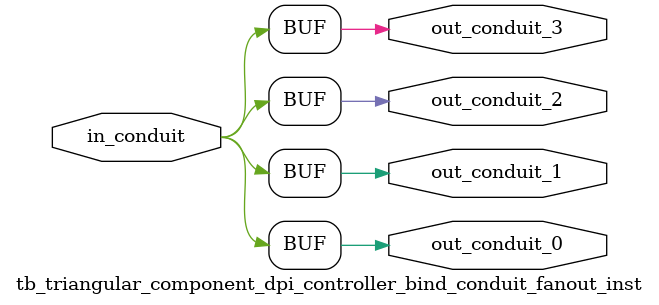
<source format=sv>


 


// --------------------------------------------------------------------------------
//| Avalon Conduit Fan-Out
// --------------------------------------------------------------------------------

// ------------------------------------------
// Generation parameters:
//   output_name:       tb_triangular_component_dpi_controller_bind_conduit_fanout_inst
//   numFanOut:         4
//   
// ------------------------------------------

module tb_triangular_component_dpi_controller_bind_conduit_fanout_inst (     

// Interface: out_conduit_0
 output                    out_conduit_0,
// Interface: out_conduit_1
 output                    out_conduit_1,
// Interface: out_conduit_2
 output                    out_conduit_2,
// Interface: out_conduit_3
 output                    out_conduit_3,

// Interface: in_conduit
 input                   in_conduit

);

   assign  out_conduit_0 = in_conduit;
   assign  out_conduit_1 = in_conduit;
   assign  out_conduit_2 = in_conduit;
   assign  out_conduit_3 = in_conduit;

endmodule //


</source>
